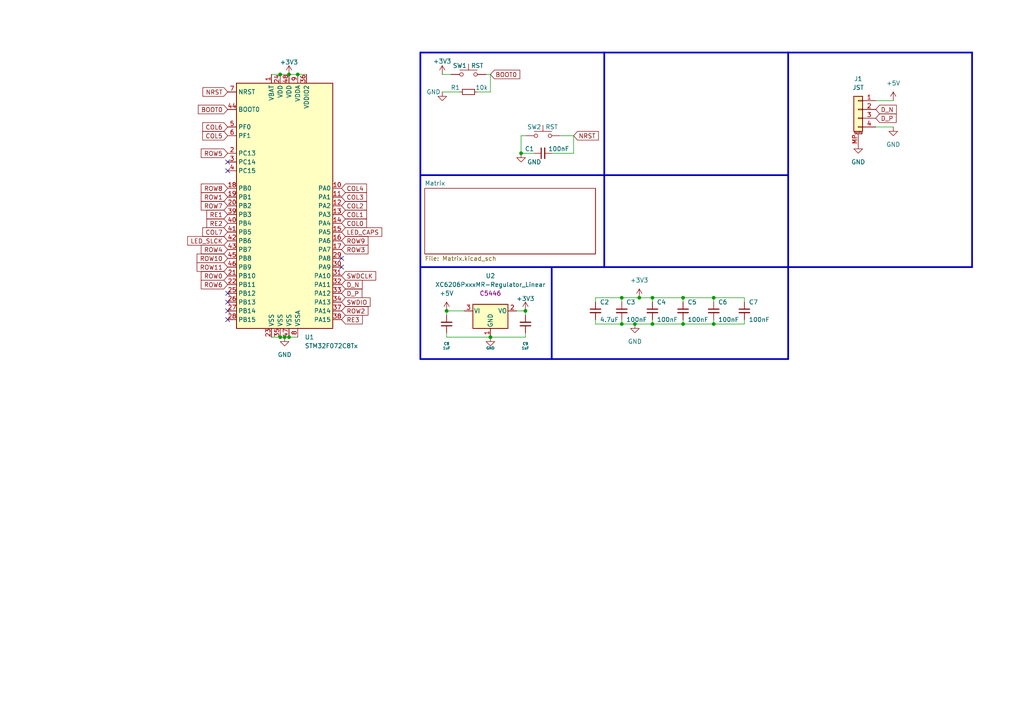
<source format=kicad_sch>
(kicad_sch (version 20231120) (generator "eeschema") (generator_version "8.0")
  (paper "A4")
  (lib_symbols
    (symbol "Connector_Generic_MountingPin:Conn_01x04_MountingPin" (pin_names (offset 1.016) hide)
      (property "Reference" "J" (at 0 5.08 0))
      (property "Value" "Conn_01x04_MountingPin" (at 1.27 -7.62 0))
      (symbol "Conn_01x04_MountingPin_1_1"
        (rectangle (start -1.27 -4.953) (end 0 -5.207) (stroke (width 0.1524)))
        (rectangle (start -1.27 -2.413) (end 0 -2.667) (stroke (width 0.1524)))
        (rectangle (start -1.27 0.127) (end 0 -0.127) (stroke (width 0.1524)))
        (rectangle (start -1.27 2.667) (end 0 2.413) (stroke (width 0.1524)))
        (rectangle (start -1.27 3.81) (end 1.27 -6.35) (stroke (width 0.254)) (fill (type background)))
        (polyline (pts (xy -1.016 -7.112) (xy 1.016 -7.112)) (stroke (width 0.1524)))
        (text "Mounting" (at 0 -6.731 0) (effects (font (size 0.381 0.381))))
        (pin passive line (at -5.08 2.54 0) (length 3.81) (name "Pin_1") (number "1"))
        (pin passive line (at -5.08 0 0) (length 3.81) (name "Pin_2") (number "2"))
        (pin passive line (at -5.08 -2.54 0) (length 3.81) (name "Pin_3") (number "3"))
        (pin passive line (at -5.08 -5.08 0) (length 3.81) (name "Pin_4") (number "4"))
        (pin passive line (at 0 -10.16 90) (length 3.048) (name "MountPin") (number "MP"))
      )
    )
    (symbol "Device:C_Small" (pin_numbers hide) (pin_names (offset 0.254) hide)
      (property "Reference" "C" (at 0.254 1.778 0))
      (property "Value" "C_Small" (at 0.254 -2.032 0))
      (symbol "C_Small_0_1"
        (polyline (pts (xy -1.524 -0.508) (xy 1.524 -0.508)) (stroke (width 0.3302)))
        (polyline (pts (xy -1.524 0.508) (xy 1.524 0.508)) (stroke (width 0.3048)))
      )
      (symbol "C_Small_1_1"
        (pin passive line (at 0 2.54 270) (length 2.032) (name "~") (number "1"))
        (pin passive line (at 0 -2.54 90) (length 2.032) (name "~") (number "2"))
      )
    )
    (symbol "Device:R_Small" (pin_numbers hide) (pin_names (offset 0.254) hide)
      (property "Reference" "R" (at 0.762 0.508 0))
      (property "Value" "R_Small" (at 0.762 -1.016 0))
      (symbol "R_Small_0_1"
        (rectangle (start -0.762 1.778) (end 0.762 -1.778) (stroke (width 0.2032)))
      )
      (symbol "R_Small_1_1"
        (pin passive line (at 0 2.54 270) (length 0.762) (name "~") (number "1"))
        (pin passive line (at 0 -2.54 90) (length 0.762) (name "~") (number "2"))
      )
    )
    (symbol "MCU_ST_STM32F0:STM32F072C8Tx"
      (property "Reference" "U" (at -15.24 36.83 0))
      (property "Value" "STM32F072C8Tx" (at 7.62 36.83 0))
      (symbol "STM32F072C8Tx_0_1"
        (rectangle (start -15.24 -35.56) (end 12.7 35.56) (stroke (width 0.254)) (fill (type background)))
      )
      (symbol "STM32F072C8Tx_1_1"
        (pin power_in line (at -5.08 38.1 270) (length 2.54) (name "VBAT") (number "1"))
        (pin bidirectional line (at 15.24 5.08 180) (length 2.54) (name "PA0") (number "10"))
        (pin bidirectional line (at 15.24 2.54 180) (length 2.54) (name "PA1") (number "11"))
        (pin bidirectional line (at 15.24 0 180) (length 2.54) (name "PA2") (number "12"))
        (pin bidirectional line (at 15.24 -2.54 180) (length 2.54) (name "PA3") (number "13"))
        (pin bidirectional line (at 15.24 -5.08 180) (length 2.54) (name "PA4") (number "14"))
        (pin bidirectional line (at 15.24 -7.62 180) (length 2.54) (name "PA5") (number "15"))
        (pin bidirectional line (at 15.24 -10.16 180) (length 2.54) (name "PA6") (number "16"))
        (pin bidirectional line (at 15.24 -12.7 180) (length 2.54) (name "PA7") (number "17"))
        (pin bidirectional line (at -17.78 5.08 0) (length 2.54) (name "PB0") (number "18"))
        (pin bidirectional line (at -17.78 2.54 0) (length 2.54) (name "PB1") (number "19"))
        (pin bidirectional line (at -17.78 15.24 0) (length 2.54) (name "PC13") (number "2"))
        (pin bidirectional line (at -17.78 0 0) (length 2.54) (name "PB2") (number "20"))
        (pin bidirectional line (at -17.78 -20.32 0) (length 2.54) (name "PB10") (number "21"))
        (pin bidirectional line (at -17.78 -22.86 0) (length 2.54) (name "PB11") (number "22"))
        (pin power_in line (at -5.08 -38.1 90) (length 2.54) (name "VSS") (number "23"))
        (pin power_in line (at -2.54 38.1 270) (length 2.54) (name "VDD") (number "24"))
        (pin bidirectional line (at -17.78 -25.4 0) (length 2.54) (name "PB12") (number "25"))
        (pin bidirectional line (at -17.78 -27.94 0) (length 2.54) (name "PB13") (number "26"))
        (pin bidirectional line (at -17.78 -30.48 0) (length 2.54) (name "PB14") (number "27"))
        (pin bidirectional line (at -17.78 -33.02 0) (length 2.54) (name "PB15") (number "28"))
        (pin bidirectional line (at 15.24 -15.24 180) (length 2.54) (name "PA8") (number "29"))
        (pin bidirectional line (at -17.78 12.7 0) (length 2.54) (name "PC14") (number "3"))
        (pin bidirectional line (at 15.24 -17.78 180) (length 2.54) (name "PA9") (number "30"))
        (pin bidirectional line (at 15.24 -20.32 180) (length 2.54) (name "PA10") (number "31"))
        (pin bidirectional line (at 15.24 -22.86 180) (length 2.54) (name "PA11") (number "32"))
        (pin bidirectional line (at 15.24 -25.4 180) (length 2.54) (name "PA12") (number "33"))
        (pin bidirectional line (at 15.24 -27.94 180) (length 2.54) (name "PA13") (number "34"))
        (pin power_in line (at -2.54 -38.1 90) (length 2.54) (name "VSS") (number "35"))
        (pin power_in line (at 5.08 38.1 270) (length 2.54) (name "VDDIO2") (number "36"))
        (pin bidirectional line (at 15.24 -30.48 180) (length 2.54) (name "PA14") (number "37"))
        (pin bidirectional line (at 15.24 -33.02 180) (length 2.54) (name "PA15") (number "38"))
        (pin bidirectional line (at -17.78 -2.54 0) (length 2.54) (name "PB3") (number "39"))
        (pin bidirectional line (at -17.78 10.16 0) (length 2.54) (name "PC15") (number "4"))
        (pin bidirectional line (at -17.78 -5.08 0) (length 2.54) (name "PB4") (number "40"))
        (pin bidirectional line (at -17.78 -7.62 0) (length 2.54) (name "PB5") (number "41"))
        (pin bidirectional line (at -17.78 -10.16 0) (length 2.54) (name "PB6") (number "42"))
        (pin bidirectional line (at -17.78 -12.7 0) (length 2.54) (name "PB7") (number "43"))
        (pin input line (at -17.78 27.94 0) (length 2.54) (name "BOOT0") (number "44"))
        (pin bidirectional line (at -17.78 -15.24 0) (length 2.54) (name "PB8") (number "45"))
        (pin bidirectional line (at -17.78 -17.78 0) (length 2.54) (name "PB9") (number "46"))
        (pin power_in line (at 0 -38.1 90) (length 2.54) (name "VSS") (number "47"))
        (pin power_in line (at 0 38.1 270) (length 2.54) (name "VDD") (number "48"))
        (pin input line (at -17.78 22.86 0) (length 2.54) (name "PF0") (number "5"))
        (pin input line (at -17.78 20.32 0) (length 2.54) (name "PF1") (number "6"))
        (pin input line (at -17.78 33.02 0) (length 2.54) (name "NRST") (number "7"))
        (pin power_in line (at 2.54 -38.1 90) (length 2.54) (name "VSSA") (number "8"))
        (pin power_in line (at 2.54 38.1 270) (length 2.54) (name "VDDA") (number "9"))
      )
    )
    (symbol "Switch:SW_Push" (pin_numbers hide) (pin_names (offset 1.016) hide)
      (property "Reference" "SW" (at 1.27 2.54 0))
      (property "Value" "SW_Push" (at 0 -1.524 0))
      (symbol "SW_Push_0_1"
        (circle (center -2.032 0) (radius 0.508))
        (polyline (pts (xy 0 1.27) (xy 0 3.048)))
        (polyline (pts (xy 2.54 1.27) (xy -2.54 1.27)))
        (circle (center 2.032 0) (radius 0.508))
        (pin passive line (at -5.08 0 0) (length 2.54) (name "1") (number "1"))
        (pin passive line (at 5.08 0 180) (length 2.54) (name "2") (number "2"))
      )
    )
    (symbol "kicad-keyboard-parts:XC6206PxxxMR-Regulator_Linear" (pin_names (offset 0.254))
      (property "Reference" "U" (at -3.81 3.175 0))
      (property "Value" "XC6206PxxxMR-Regulator_Linear" (at 0 3.175 0))
      (property "LCSC" "C5446" (at 0 0 0))
      (symbol "XC6206PxxxMR-Regulator_Linear_0_1"
        (rectangle (start -5.08 1.905) (end 5.08 -5.08) (stroke (width 0.254)) (fill (type background)))
      )
      (symbol "XC6206PxxxMR-Regulator_Linear_1_1"
        (pin power_in line (at 0 -7.62 90) (length 2.54) (name "GND") (number "1"))
        (pin power_out line (at 7.62 0 180) (length 2.54) (name "VO") (number "2"))
        (pin power_in line (at -7.62 0 0) (length 2.54) (name "VI") (number "3"))
      )
    )
    (symbol "power:+3.3V" (power) (pin_names (offset 0))
      (property "Value" "+3.3V" (at 0 3.556 0))
      (symbol "+3.3V_0_1"
        (polyline (pts (xy -0.762 1.27) (xy 0 2.54)))
        (polyline (pts (xy 0 0) (xy 0 2.54)))
        (polyline (pts (xy 0 2.54) (xy 0.762 1.27)))
      )
      (symbol "+3.3V_1_1"
        (pin power_in line (at 0 0 90) (length 0) hide (name "+3V3") (number "1"))
      )
    )
    (symbol "power:+3V3" (power) (pin_names (offset 0))
      (property "Value" "+3V3" (at 0 3.556 0))
      (symbol "+3V3_0_1"
        (polyline (pts (xy -0.762 1.27) (xy 0 2.54)))
        (polyline (pts (xy 0 0) (xy 0 2.54)))
        (polyline (pts (xy 0 2.54) (xy 0.762 1.27)))
      )
      (symbol "+3V3_1_1"
        (pin power_in line (at 0 0 90) (length 0) hide (name "+3V3") (number "1"))
      )
    )
    (symbol "power:+5V" (power) (pin_names (offset 0))
      (property "Value" "+5V" (at 0 3.556 0))
      (symbol "+5V_0_1"
        (polyline (pts (xy -0.762 1.27) (xy 0 2.54)))
        (polyline (pts (xy 0 0) (xy 0 2.54)))
        (polyline (pts (xy 0 2.54) (xy 0.762 1.27)))
      )
      (symbol "+5V_1_1"
        (pin power_in line (at 0 0 90) (length 0) hide (name "+5V") (number "1"))
      )
    )
    (symbol "power:GND" (power) (pin_names (offset 0))
      (property "Value" "GND" (at 0 -3.81 0))
      (symbol "GND_0_1"
        (polyline (pts (xy 0 0) (xy 0 -1.27) (xy 1.27 -1.27) (xy 0 -2.54) (xy -1.27 -1.27) (xy 0 -1.27)))
      )
      (symbol "GND_1_1"
        (pin power_in line (at 0 0 270) (length 0) hide (name "GND") (number "1"))
      )
    )
  )
  (junction (at 81.28 21.59))
  (junction (at 189.23 86.36))
  (junction (at 180.34 86.36))
  (junction (at 82.55 97.79))
  (junction (at 207.01 86.36))
  (junction (at 151.13 44.45))
  (junction (at 81.28 97.79))
  (junction (at 184.15 93.98))
  (junction (at 83.82 97.79))
  (junction (at 83.82 21.59))
  (junction (at 185.42 86.36))
  (junction (at 198.12 86.36))
  (junction (at 189.23 93.98))
  (junction (at 180.34 93.98))
  (junction (at 86.36 21.59))
  (junction (at 129.54 90.17) (diameter 0.9144))
  (junction (at 152.4 90.17) (diameter 0.9144))
  (junction (at 142.24 97.79) (diameter 0.9144))
  (junction (at 207.01 93.98))
  (junction (at 198.12 93.98))
  (no_connect (at 99.06 77.47))
  (no_connect (at 99.06 74.93))
  (no_connect (at 66.04 49.53))
  (no_connect (at 66.04 85.09))
  (no_connect (at 66.04 92.71))
  (no_connect (at 66.04 87.63))
  (no_connect (at 66.04 90.17))
  (no_connect (at 66.04 46.99))
  (wire (pts (xy 172.72 86.36) (xy 180.34 86.36)))
  (wire (pts (xy 172.72 93.98) (xy 180.34 93.98)))
  (wire (pts (xy 81.28 21.59) (xy 83.82 21.59)))
  (polyline (pts (xy 121.92 77.47) (xy 175.26 77.47)) (stroke (width 0.5) (type solid)))
  (wire (pts (xy 207.01 86.36) (xy 207.01 87.63)))
  (wire (pts (xy 184.15 93.98) (xy 189.23 93.98)))
  (wire (pts (xy 129.54 90.17) (xy 134.62 90.17)))
  (polyline (pts (xy 121.92 77.47) (xy 121.92 104.14)) (stroke (width 0.5) (type solid)))
  (wire (pts (xy 207.01 86.36) (xy 215.9 86.36)))
  (polyline (pts (xy 281.94 77.47) (xy 281.94 15.24)) (stroke (width 0.5) (type solid)))
  (wire (pts (xy 180.34 86.36) (xy 180.34 87.63)))
  (polyline (pts (xy 121.92 15.24) (xy 175.26 15.24)) (stroke (width 0.5) (type solid)))
  (polyline (pts (xy 228.6 77.47) (xy 228.6 104.14)) (stroke (width 0.5) (type solid)))
  (wire (pts (xy 180.34 93.98) (xy 184.15 93.98)))
  (wire (pts (xy 86.36 21.59) (xy 88.9 21.59)))
  (wire (pts (xy 189.23 93.98) (xy 198.12 93.98)))
  (wire (pts (xy 86.36 21.59) (xy 83.82 21.59)))
  (wire (pts (xy 172.72 92.71) (xy 172.72 93.98)))
  (polyline (pts (xy 175.26 50.8) (xy 228.6 50.8)) (stroke (width 0.5) (type solid)))
  (wire (pts (xy 185.42 86.36) (xy 189.23 86.36)))
  (wire (pts (xy 198.12 86.36) (xy 207.01 86.36)))
  (wire (pts (xy 142.24 21.59) (xy 142.24 26.67)))
  (wire (pts (xy 138.43 26.67) (xy 142.24 26.67)))
  (wire (pts (xy 215.9 92.71) (xy 215.9 93.98)))
  (wire (pts (xy 154.94 44.45) (xy 151.13 44.45)))
  (wire (pts (xy 189.23 86.36) (xy 189.23 87.63)))
  (polyline (pts (xy 175.26 15.24) (xy 175.26 77.47)) (stroke (width 0.5) (type solid)))
  (wire (pts (xy 189.23 93.98) (xy 189.23 92.71)))
  (wire (pts (xy 129.54 90.17) (xy 129.54 91.44)))
  (wire (pts (xy 128.27 21.59) (xy 130.81 21.59)))
  (wire (pts (xy 78.74 21.59) (xy 81.28 21.59)))
  (wire (pts (xy 129.54 96.52) (xy 129.54 97.79)))
  (polyline (pts (xy 228.6 15.24) (xy 281.94 15.24)) (stroke (width 0.5) (type solid)))
  (wire (pts (xy 207.01 93.98) (xy 215.9 93.98)))
  (polyline (pts (xy 121.92 77.47) (xy 121.92 15.24)) (stroke (width 0.5) (type solid)))
  (polyline (pts (xy 228.6 77.47) (xy 281.94 77.47)) (stroke (width 0.5) (type solid)))
  (wire (pts (xy 172.72 87.63) (xy 172.72 86.36)))
  (wire (pts (xy 198.12 93.98) (xy 207.01 93.98)))
  (wire (pts (xy 180.34 92.71) (xy 180.34 93.98)))
  (wire (pts (xy 82.55 97.79) (xy 83.82 97.79)))
  (wire (pts (xy 151.13 39.37) (xy 152.4 39.37)))
  (wire (pts (xy 83.82 97.79) (xy 86.36 97.79)))
  (wire (pts (xy 151.13 44.45) (xy 151.13 39.37)))
  (polyline (pts (xy 121.92 104.14) (xy 228.6 104.14)) (stroke (width 0.5) (type solid)))
  (wire (pts (xy 166.37 44.45) (xy 166.37 39.37)))
  (wire (pts (xy 142.24 97.79) (xy 152.4 97.79)))
  (wire (pts (xy 180.34 86.36) (xy 185.42 86.36)))
  (wire (pts (xy 128.27 26.67) (xy 133.35 26.67)))
  (wire (pts (xy 254 29.21) (xy 259.08 29.21)))
  (wire (pts (xy 149.86 90.17) (xy 152.4 90.17)))
  (wire (pts (xy 152.4 96.52) (xy 152.4 97.79)))
  (wire (pts (xy 78.74 97.79) (xy 81.28 97.79)))
  (wire (pts (xy 207.01 92.71) (xy 207.01 93.98)))
  (wire (pts (xy 152.4 90.17) (xy 152.4 91.44)))
  (wire (pts (xy 198.12 86.36) (xy 198.12 87.63)))
  (wire (pts (xy 162.56 39.37) (xy 166.37 39.37)))
  (polyline (pts (xy 175.26 15.24) (xy 228.6 15.24)) (stroke (width 0.5) (type solid)))
  (polyline (pts (xy 121.92 50.8) (xy 175.26 50.8)) (stroke (width 0.5) (type solid)))
  (polyline (pts (xy 160.02 77.47) (xy 160.02 104.14)) (stroke (width 0.5) (type solid)))
  (wire (pts (xy 215.9 86.36) (xy 215.9 87.63)))
  (wire (pts (xy 140.97 21.59) (xy 142.24 21.59)))
  (polyline (pts (xy 228.6 77.47) (xy 228.6 15.24)) (stroke (width 0.5) (type solid)))
  (wire (pts (xy 198.12 93.98) (xy 198.12 92.71)))
  (wire (pts (xy 160.02 44.45) (xy 166.37 44.45)))
  (wire (pts (xy 142.24 97.79) (xy 129.54 97.79)))
  (polyline (pts (xy 175.26 77.47) (xy 228.6 77.47)) (stroke (width 0.5) (type solid)))
  (wire (pts (xy 81.28 97.79) (xy 82.55 97.79)))
  (wire (pts (xy 254 36.83) (xy 259.08 36.83)))
  (wire (pts (xy 189.23 86.36) (xy 198.12 86.36)))
  (global_label "D_P" (shape input) (at 99.06 85.09 0) (property "Intersheetrefs" "${INTERSHEET_REFS}" (effects (hide yes))))
  (global_label "D_N" (shape input) (at 99.06 82.55 0) (property "Intersheetrefs" "${INTERSHEET_REFS}" (effects (hide yes))))
  (global_label "ROW9" (shape input) (at 99.06 69.85 0) (property "Intersheetrefs" "${INTERSHEET_REFS}" (effects (hide yes))))
  (global_label "COL2" (shape input) (at 99.06 59.69 0) (property "Intersheetrefs" "${INTERSHEET_REFS}" (effects (hide yes))))
  (global_label "COL1" (shape input) (at 99.06 62.23 0) (property "Intersheetrefs" "${INTERSHEET_REFS}" (effects (hide yes))))
  (global_label "ROW11" (shape input) (at 66.04 77.47 180) (property "Intersheetrefs" "${INTERSHEET_REFS}" (effects (hide yes))))
  (global_label "D_N" (shape input) (at 254 31.75 0) (property "Intersheetrefs" "${INTERSHEET_REFS}" (effects (hide yes))))
  (global_label "ROW6" (shape input) (at 66.04 82.55 180) (property "Intersheetrefs" "${INTERSHEET_REFS}" (effects (hide yes))))
  (global_label "ROW2" (shape input) (at 99.06 90.17 0) (property "Intersheetrefs" "${INTERSHEET_REFS}" (effects (hide yes))))
  (global_label "RE3" (shape input) (at 99.06 92.71 0) (property "Intersheetrefs" "${INTERSHEET_REFS}" (effects (hide yes))))
  (global_label "ROW8" (shape input) (at 66.04 54.61 180) (property "Intersheetrefs" "${INTERSHEET_REFS}" (effects (hide yes))))
  (global_label "ROW0" (shape input) (at 66.04 80.01 180) (property "Intersheetrefs" "${INTERSHEET_REFS}" (effects (hide yes))))
  (global_label "COL3" (shape input) (at 99.06 57.15 0) (property "Intersheetrefs" "${INTERSHEET_REFS}" (effects (hide yes))))
  (global_label "RE1" (shape input) (at 66.04 62.23 180) (property "Intersheetrefs" "${INTERSHEET_REFS}" (effects (hide yes))))
  (global_label "SWDIO" (shape input) (at 99.06 87.63 0) (property "Intersheetrefs" "${INTERSHEET_REFS}" (effects (hide yes))))
  (global_label "ROW10" (shape input) (at 66.04 74.93 180) (property "Intersheetrefs" "${INTERSHEET_REFS}" (effects (hide yes))))
  (global_label "LED_CAPS" (shape input) (at 99.06 67.31 0) (property "Intersheetrefs" "${INTERSHEET_REFS}" (effects (hide yes))))
  (global_label "LED_SLCK" (shape input) (at 66.04 69.85 180) (property "Intersheetrefs" "${INTERSHEET_REFS}" (effects (hide yes))))
  (global_label "NRST" (shape input) (at 166.37 39.37 0) (property "Intersheetrefs" "${INTERSHEET_REFS}" (effects (hide yes))))
  (global_label "ROW5" (shape input) (at 66.04 44.45 180) (property "Intersheetrefs" "${INTERSHEET_REFS}" (effects (hide yes))))
  (global_label "D_P" (shape input) (at 254 34.29 0) (property "Intersheetrefs" "${INTERSHEET_REFS}" (effects (hide yes))))
  (global_label "ROW1" (shape input) (at 66.04 57.15 180) (property "Intersheetrefs" "${INTERSHEET_REFS}" (effects (hide yes))))
  (global_label "COL4" (shape input) (at 99.06 54.61 0) (property "Intersheetrefs" "${INTERSHEET_REFS}" (effects (hide yes))))
  (global_label "COL0" (shape input) (at 99.06 64.77 0) (property "Intersheetrefs" "${INTERSHEET_REFS}" (effects (hide yes))))
  (global_label "COL6" (shape input) (at 66.04 36.83 180) (property "Intersheetrefs" "${INTERSHEET_REFS}" (effects (hide yes))))
  (global_label "ROW3" (shape input) (at 99.06 72.39 0) (property "Intersheetrefs" "${INTERSHEET_REFS}" (effects (hide yes))))
  (global_label "ROW7" (shape input) (at 66.04 59.69 180) (property "Intersheetrefs" "${INTERSHEET_REFS}" (effects (hide yes))))
  (global_label "COL5" (shape input) (at 66.04 39.37 180) (property "Intersheetrefs" "${INTERSHEET_REFS}" (effects (hide yes))))
  (global_label "SWDCLK" (shape input) (at 99.06 80.01 0) (property "Intersheetrefs" "${INTERSHEET_REFS}" (effects (hide yes))))
  (global_label "COL7" (shape input) (at 66.04 67.31 180) (property "Intersheetrefs" "${INTERSHEET_REFS}" (effects (hide yes))))
  (global_label "NRST" (shape input) (at 66.04 26.67 180) (property "Intersheetrefs" "${INTERSHEET_REFS}" (effects (hide yes))))
  (global_label "RE2" (shape input) (at 66.04 64.77 180) (property "Intersheetrefs" "${INTERSHEET_REFS}" (effects (hide yes))))
  (global_label "BOOT0" (shape input) (at 142.24 21.59 0) (property "Intersheetrefs" "${INTERSHEET_REFS}" (effects (hide yes))))
  (global_label "BOOT0" (shape input) (at 66.04 31.75 180) (property "Intersheetrefs" "${INTERSHEET_REFS}" (effects (hide yes))))
  (global_label "ROW4" (shape input) (at 66.04 72.39 180) (property "Intersheetrefs" "${INTERSHEET_REFS}" (effects (hide yes))))
  (symbol (lib_id "power:GND") (at 248.92 41.91 0) (unit 1)
    (property "Reference" "#PWR06" (effects (hide yes)))
    (property "Value" "GND" (at 248.92 46.99 0))
  )
  (symbol (lib_id "power:+3.3V") (at 152.4 90.17 0) (unit 1)
    (property "Reference" "#PWR012" (effects (hide yes)))
    (property "Value" "+3V3" (at 152.4 86.6226 0))
  )
  (symbol (lib_id "Device:C_Small") (at 157.48 44.45 90) (unit 1)
    (property "Reference" "C1" (at 154.94 43.18 90) (effects (justify left)))
    (property "Value" "100nF" (at 165.1 43.18 90) (effects (justify left)))
    (property "Footprint" "Capacitor_SMD:C_0402_1005Metric" (effects (hide yes)))
    (property "LCSC" "C307331" (effects (hide yes)))
  )
  (symbol (lib_id "Device:C_Small") (at 129.54 93.98 180) (unit 1)
    (property "Reference" "C8" (at 129.54 99.695 0) (effects (font (size 0.762 0.762))))
    (property "Value" "1uF" (at 129.54 100.965 0) (effects (font (size 0.762 0.762))))
    (property "Footprint" "Capacitor_SMD:C_0402_1005Metric" (effects (hide yes)))
    (property "LCSC" "C52923" (effects (hide yes)))
  )
  (symbol (lib_id "power:+5V") (at 259.08 29.21 0) (unit 1)
    (property "Reference" "#PWR04" (effects (hide yes)))
    (property "Value" "+5V" (at 259.08 24.13 0))
  )
  (symbol (lib_id "Device:C_Small") (at 207.01 90.17 0) (unit 1)
    (property "Reference" "C6" (at 208.28 87.6299 0) (effects (justify left)))
    (property "Value" "100nF" (at 208.28 92.7099 0) (effects (justify left)))
    (property "Footprint" "Capacitor_SMD:C_0402_1005Metric" (effects (hide yes)))
    (property "LCSC" "C307331" (effects (hide yes)))
  )
  (symbol (lib_id "Device:C_Small") (at 198.12 90.17 0) (unit 1)
    (property "Reference" "C5" (at 199.39 87.6299 0) (effects (justify left)))
    (property "Value" "100nF" (at 199.39 92.7099 0) (effects (justify left)))
    (property "Footprint" "Capacitor_SMD:C_0402_1005Metric" (effects (hide yes)))
    (property "LCSC" "C307331" (effects (hide yes)))
  )
  (symbol (lib_id "power:GND") (at 128.27 26.67 0) (unit 1)
    (property "Reference" "#PWR03" (effects (hide yes)))
    (property "Value" "GND" (at 125.73 26.67 0))
  )
  (symbol (lib_id "kicad-keyboard-parts:XC6206PxxxMR-Regulator_Linear") (at 142.24 90.17 0) (unit 1)
    (property "Reference" "U2" (at 142.24 80.01 0))
    (property "Value" "XC6206PxxxMR-Regulator_Linear" (at 142.24 82.55 0))
    (property "Footprint" "Package_TO_SOT_SMD:SOT-23" (effects (hide yes)))
    (property "Datasheet" "https://www.torexsemi.com/file/xc6206/XC6206.pdf" (effects (hide yes)))
    (property "LCSC" "C5446" (at 142.24 85.09 0))
  )
  (symbol (lib_id "Device:C_Small") (at 172.72 90.17 0) (unit 1)
    (property "Reference" "C2" (at 173.99 87.6299 0) (effects (justify left)))
    (property "Value" "4.7uF" (at 173.99 92.7099 0) (effects (justify left)))
    (property "Footprint" "Capacitor_SMD:C_0402_1005Metric" (effects (hide yes)))
    (property "LCSC" "C23733" (effects (hide yes)))
  )
  (symbol (lib_id "power:GND") (at 184.15 93.98 0) (unit 1)
    (property "Reference" "#PWR013" (effects (hide yes)))
    (property "Value" "GND" (at 184.15 99.06 0))
  )
  (symbol (lib_id "power:+5V") (at 129.54 90.17 0) (unit 1)
    (property "Reference" "#PWR011" (effects (hide yes)))
    (property "Value" "+5V" (at 129.54 85.09 0))
  )
  (symbol (lib_id "power:+3.3V") (at 128.27 21.59 0) (unit 1)
    (property "Reference" "#PWR02" (effects (hide yes)))
    (property "Value" "+3V3" (at 128.27 17.78 0))
  )
  (symbol (lib_id "Device:C_Small") (at 215.9 90.17 0) (unit 1)
    (property "Reference" "C7" (at 217.17 87.6299 0) (effects (justify left)))
    (property "Value" "100nF" (at 217.17 92.7099 0) (effects (justify left)))
    (property "Footprint" "Capacitor_SMD:C_0402_1005Metric" (effects (hide yes)))
    (property "LCSC" "C307331" (effects (hide yes)))
  )
  (symbol (lib_id "power:GND") (at 82.55 97.79 0) (unit 1)
    (property "Reference" "#PWR014" (effects (hide yes)))
    (property "Value" "GND" (at 82.55 102.87 0))
  )
  (symbol (lib_id "power:+3.3V") (at 83.82 21.59 0) (unit 1)
    (property "Reference" "#PWR01" (effects (hide yes)))
    (property "Value" "+3V3" (at 83.82 18.0426 0))
  )
  (symbol (lib_id "Switch:SW_Push") (at 157.48 39.37 0) (unit 1)
    (property "Reference" "SW2" (at 154.94 36.83 0))
    (property "Value" "RST" (at 160.02 36.83 0))
    (property "Footprint" "Button_Switch_SMD:SW_SPST_SKQG_WithoutStem" (effects (hide yes)))
    (property "LCSC" "C318884" (effects (hide yes)))
  )
  (symbol (lib_id "Connector_Generic_MountingPin:Conn_01x04_MountingPin") (at 248.92 31.75 0) (mirror y) (unit 1)
    (property "Reference" "J1" (at 248.92 22.86 0))
    (property "Value" "JST" (at 248.92 25.4 0))
    (property "Footprint" "acheron_Connectors:MOLEX_781710004_MountingReliefs" (effects (hide yes)))
    (property "LCSC" "C588524" (effects (hide yes)))
  )
  (symbol (lib_id "MCU_ST_STM32F0:STM32F072C8Tx") (at 83.82 59.69 0) (unit 1)
    (property "Reference" "U1" (at 88.3794 97.79 0) (effects (justify left)))
    (property "Value" "STM32F072C8Tx" (at 88.3794 100.33 0) (effects (justify left)))
    (property "Footprint" "Package_QFP:LQFP-48_7x7mm_P0.5mm" (effects (hide yes)))
    (property "Datasheet" "http://www.st.com/st-web-ui/static/active/en/resource/technical/document/datasheet/DM00090510.pdf" (effects (hide yes)))
    (property "LCSC" "C80488" (effects (hide yes)))
  )
  (symbol (lib_id "power:+3V3") (at 185.42 86.36 0) (unit 1)
    (property "Reference" "#PWR010" (effects (hide yes)))
    (property "Value" "+3V3" (at 185.42 81.28 0))
  )
  (symbol (lib_id "power:GND") (at 142.24 97.79 0) (unit 1)
    (property "Reference" "#PWR015" (effects (hide yes)))
    (property "Value" "GND" (at 142.24 100.965 0) (effects (font (size 0.762 0.762))))
  )
  (symbol (lib_id "Device:R_Small") (at 135.89 26.67 90) (unit 1)
    (property "Reference" "R1" (at 132.08 25.4 90))
    (property "Value" "10k" (at 139.7 25.4 90))
    (property "Footprint" "Resistor_SMD:R_0402_1005Metric" (effects (hide yes)))
    (property "LCSC" "C25744" (effects (hide yes)))
  )
  (symbol (lib_id "Switch:SW_Push") (at 135.89 21.59 0) (unit 1)
    (property "Reference" "SW1" (at 133.35 19.05 0))
    (property "Value" "RST" (at 138.43 19.05 0))
    (property "Footprint" "Button_Switch_SMD:SW_SPST_SKQG_WithoutStem" (effects (hide yes)))
    (property "LCSC" "C318884" (effects (hide yes)))
  )
  (symbol (lib_id "Device:C_Small") (at 189.23 90.17 0) (unit 1)
    (property "Reference" "C4" (at 190.5 87.6299 0) (effects (justify left)))
    (property "Value" "100nF" (at 190.5 92.7099 0) (effects (justify left)))
    (property "Footprint" "Capacitor_SMD:C_0402_1005Metric" (effects (hide yes)))
    (property "LCSC" "C307331" (effects (hide yes)))
  )
  (symbol (lib_id "Device:C_Small") (at 152.4 93.98 180) (unit 1)
    (property "Reference" "C9" (at 152.4 99.695 0) (effects (font (size 0.762 0.762))))
    (property "Value" "1uF" (at 152.4 100.965 0) (effects (font (size 0.762 0.762))))
    (property "Footprint" "Capacitor_SMD:C_0402_1005Metric" (effects (hide yes)))
    (property "LCSC" "C52923" (effects (hide yes)))
  )
  (symbol (lib_id "power:GND") (at 151.13 44.45 0) (unit 1)
    (property "Reference" "#PWR07" (effects (hide yes)))
    (property "Value" "GND" (at 154.94 46.99 0))
  )
  (symbol (lib_id "Device:C_Small") (at 180.34 90.17 0) (unit 1)
    (property "Reference" "C3" (at 181.61 87.6299 0) (effects (justify left)))
    (property "Value" "100nF" (at 181.61 92.7099 0) (effects (justify left)))
    (property "Footprint" "Capacitor_SMD:C_0402_1005Metric" (effects (hide yes)))
    (property "LCSC" "C307331" (effects (hide yes)))
  )
  (symbol (lib_id "power:GND") (at 259.08 36.83 0) (unit 1)
    (property "Reference" "#PWR05" (effects (hide yes)))
    (property "Value" "GND" (at 259.08 41.91 0))
  )
  (sheet (at 123.19 54.61) (size 49.53 19.05) (stroke (width 0.1524))
    (property "Sheetname" "Matrix" (at 123.19 53.8984 0) (effects (justify left bottom)))
    (property "Sheetfile" "Matrix.kicad_sch" (at 123.19 74.2446 0) (effects (justify left top)))
  )
)
</source>
